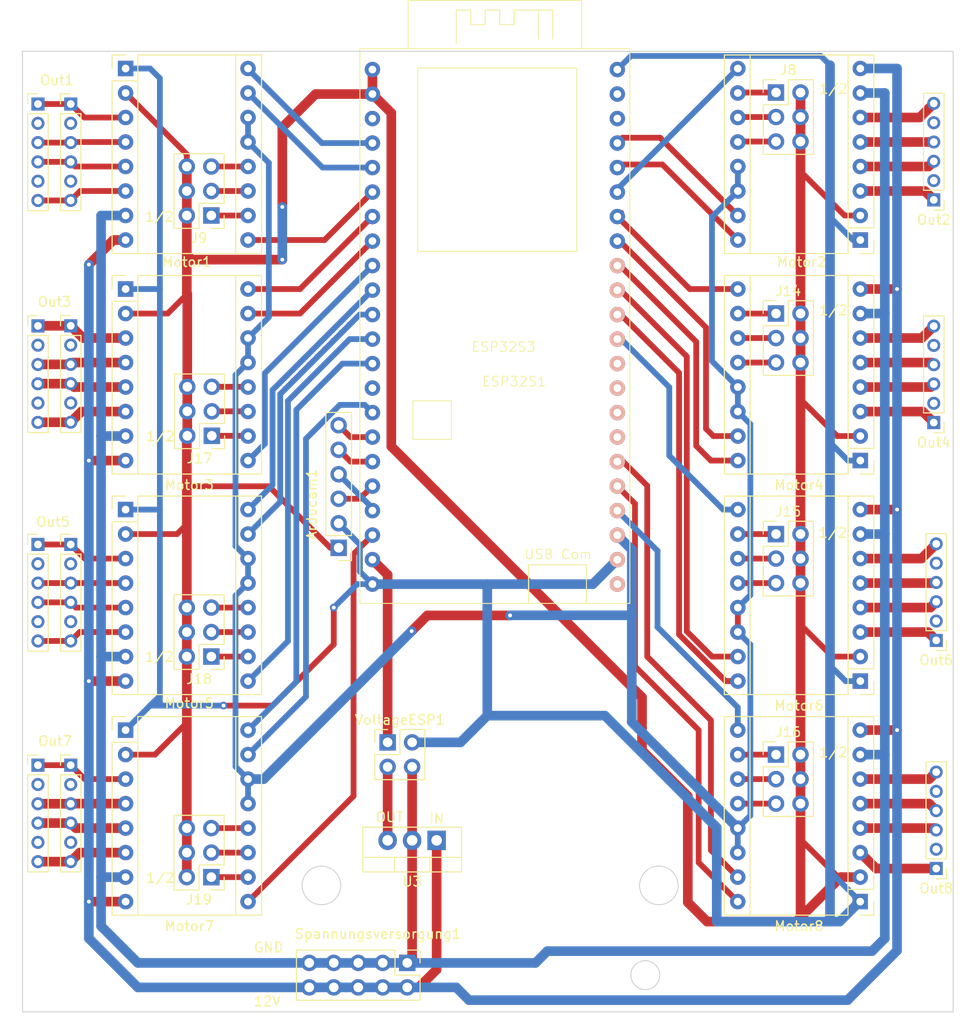
<source format=kicad_pcb>
(kicad_pcb (version 20240108) (generator "pcbnew") (generator_version "8.0")
  (layers (0 "F.Cu" signal) (31 "B.Cu" signal) (34 "B.Paste" user) (35 "F.Paste" user) (36 "B.SilkS" user "B.Silkscreen") (37 "F.SilkS" user "F.Silkscreen") (38 "B.Mask" user) (39 "F.Mask" user) (44 "Edge.Cuts" user))
  (net 0 "")
  (net 1 "GND-L")
  (net 2 "M1N-Step")
  (net 3 "M1N-DIR")
  (net 4 "Net-(J8-Pin_5)")
  (net 5 "Net-(J8-Pin_1)")
  (net 6 "Net-(J8-Pin_3)")
  (net 7 "Net-(Motor2-1B)")
  (net 8 "Net-(Motor2-2B)")
  (net 9 "Net-(Motor2-1A)")
  (net 10 "Net-(Motor2-2A)")
  (net 15 "Net-(J9-Pin_5)")
  (net 16 "Net-(J9-Pin_1)")
  (net 17 "Net-(J9-Pin_3)")
  (net 21 "Net-(ESP32S1-5V)")
  (net 22 "12V")
  (net 23 "GND-12V")
  (net 24 "5VExtern")
  (net 25 "Net-(J14-Pin_1)")
  (net 26 "3,3VNL")
  (net 27 "Net-(J14-Pin_5)")
  (net 28 "Net-(J14-Pin_3)")
  (net 29 "Net-(J15-Pin_5)")
  (net 30 "Net-(J15-Pin_3)")
  (net 31 "Net-(J15-Pin_1)")
  (net 32 "Net-(J16-Pin_3)")
  (net 33 "Net-(J16-Pin_1)")
  (net 34 "Net-(J16-Pin_5)")
  (net 35 "Net-(Motor4-2B)")
  (net 36 "Net-(Motor4-1A)")
  (net 37 "Net-(Motor4-2A)")
  (net 38 "M4N-DIR")
  (net 39 "M4N-Step")
  (net 40 "Net-(Motor4-1B)")
  (net 41 "Net-(Motor6-2A)")
  (net 42 "Net-(Motor6-1A)")
  (net 43 "Net-(Motor6-2B)")
  (net 44 "Net-(Motor6-1B)")
  (net 45 "M6N-Step")
  (net 46 "M6N-DIR")
  (net 47 "Net-(Motor8-1A)")
  (net 48 "Net-(Motor8-2B)")
  (net 49 "M8N-Step")
  (net 50 "M8N-DIR")
  (net 51 "Net-(Motor8-1B)")
  (net 52 "Net-(Motor8-2A)")
  (net 59 "Net-(J17-Pin_1)")
  (net 60 "Net-(J17-Pin_3)")
  (net 61 "Net-(J17-Pin_5)")
  (net 62 "Net-(J18-Pin_1)")
  (net 63 "Net-(J18-Pin_3)")
  (net 64 "Net-(J18-Pin_5)")
  (net 65 "Net-(J19-Pin_1)")
  (net 66 "Net-(J19-Pin_5)")
  (net 67 "Net-(J19-Pin_3)")
  (net 68 "M2N-Step")
  (net 69 "Net-(Motor1-1B)")
  (net 70 "Net-(Motor1-2B)")
  (net 71 "Net-(Motor1-1A)")
  (net 72 "Net-(Motor1-2A)")
  (net 73 "M3N-Step")
  (net 74 "M3N-DIR")
  (net 75 "Net-(Motor3-2A)")
  (net 76 "Net-(Motor3-1A)")
  (net 77 "M2N-DIR")
  (net 78 "Net-(Motor3-2B)")
  (net 79 "Net-(Motor3-1B)")
  (net 80 "Net-(Motor5-2B)")
  (net 81 "Net-(Motor5-1A)")
  (net 82 "M5N-Step")
  (net 83 "Net-(Motor5-2A)")
  (net 84 "Net-(Motor5-1B)")
  (net 85 "M5N-DIR")
  (net 86 "M7N-Step")
  (net 87 "Net-(Motor7-2B)")
  (net 88 "Net-(Motor7-2A)")
  (net 89 "Net-(Motor7-1A)")
  (net 90 "Net-(Motor7-1B)")
  (net 91 "M7N-DIR")
  (net 103 "CS-Arducam")
  (net 104 "MISO-Arducam")
  (net 105 "MOSI-Arducam")
  (net 106 "SCK-Arducam")
  (net 107 "Sleep")
  (net 116 "M1-Enable")
  (net 117 "M3-Enable")
  (net 118 "M5-Enable")
  (net 119 "M7-Enable")
  (net 120 "M2-Enable")
  (net 121 "M8-Enable")
  (net 122 "M4-Enable")
  (net 123 "unconnected-(ESP32S1-Pad35)")
  (net 124 "M6-Enable")
  (footprint "Connector_PinHeader_2.54mm:PinHeader_2x03_P2.54mm_Vertical" (layer "F.Cu") (at 68.58 81.28 180)
    (property "Reference" "J18")
    (property "Value" "Motor Jumper5")
  )
  (footprint "Connector_PinHeader_2.54mm:PinHeader_2x03_P2.54mm_Vertical" (layer "F.Cu") (at 127.15 91.44)
    (property "Reference" "J16")
    (property "Value" "Motor Jumper2")
  )
  (footprint "Module:Pololu_Breakout-16_15.2x20.3mm" (layer "F.Cu") (at 59.69 20.32)
    (property "Reference" "Motor1")
    (property "Value" "Motor1N")
  )
  (footprint "Module:Pololu_Breakout-16_15.2x20.3mm" (layer "F.Cu") (at 135.88 106.68 180)
    (property "Reference" "Motor8")
    (property "Value" "Motor8N")
  )
  (footprint "Connector_PinHeader_2.00mm:PinHeader_1x06_P2.00mm_Vertical" (layer "F.Cu") (at 54 46.99)
    (property "Reference" "Out3")
    (property "Value" "MotorOut3")
  )
  (footprint "Connector_PinHeader_2.00mm:PinHeader_1x06_P2.00mm_Vertical" (layer "F.Cu") (at 143.764 103.25 180)
    (property "Reference" "Out8")
    (property "Value" "MotorOut8")
  )
  (footprint "Module:Pololu_Breakout-16_15.2x20.3mm" (layer "F.Cu") (at 59.69 88.9)
    (property "Reference" "Motor7")
    (property "Value" "Motor7N")
  )
  (footprint "Connector_PinHeader_2.00mm:PinHeader_1x06_P2.00mm_Vertical" (layer "F.Cu") (at 143.51 57.022 180)
    (property "Reference" "Out4")
    (property "Value" "MotorOut4")
  )
  (footprint "Connector_PinHeader_2.00mm:PinHeader_1x06_P2.00mm_Vertical" (layer "F.Cu") (at 50.6 24)
    (property "Reference" "Out12" (hide yes))
    (property "Value" "MotorOut1")
  )
  (footprint "Connector_PinHeader_2.54mm:PinHeader_2x03_P2.54mm_Vertical" (layer "F.Cu") (at 68.58 35.56 180)
    (property "Reference" "J9")
    (property "Value" "Motor Jumper1")
  )
  (footprint "Connector_PinHeader_2.00mm:PinHeader_1x06_P2.00mm_Vertical" (layer "F.Cu") (at 50.6 47)
    (property "Reference" "Out9" (hide yes))
    (property "Value" "MotorOut3")
  )
  (footprint "Module:Pololu_Breakout-16_15.2x20.3mm" (layer "F.Cu") (at 59.69 43.18)
    (property "Reference" "Motor3")
    (property "Value" "Motor3N")
  )
  (footprint "Connector_PinHeader_2.00mm:PinHeader_1x06_P2.00mm_Vertical" (layer "F.Cu") (at 54 69.66)
    (property "Reference" "Out5")
    (property "Value" "MotorOut5")
  )
  (footprint "Module:Pololu_Breakout-16_15.2x20.3mm" (layer "F.Cu") (at 135.89 60.96 180)
    (property "Reference" "Motor4")
    (property "Value" "Motor4N")
  )
  (footprint "Connector_PinHeader_2.54mm:PinHeader_1x06_P2.54mm_Vertical" (layer "F.Cu") (at 81.788 70 180)
    (property "Reference" "Arducam1")
    (property "Value" "Arducam")
  )
  (footprint "Connector_PinHeader_2.54mm:PinHeader_2x05_P2.54mm_Vertical" (layer "F.Cu") (at 88.9 113.03 -90)
    (property "Reference" "Spannungsversorgung1")
    (property "Value" "Spannungsversorgung")
  )
  (footprint "Connector_PinHeader_2.54mm:PinHeader_2x03_P2.54mm_Vertical" (layer "F.Cu") (at 127.15 22.81)
    (property "Reference" "J8")
    (property "Value" "Motor Jumper2")
  )
  (footprint "Connector_PinHeader_2.54mm:PinHeader_2x03_P2.54mm_Vertical" (layer "F.Cu") (at 127.15 68.58)
    (property "Reference" "J15")
    (property "Value" "Motor Jumper2")
  )
  (footprint "Connector_PinHeader_2.00mm:PinHeader_1x06_P2.00mm_Vertical" (layer "F.Cu") (at 50.6 92.536)
    (property "Reference" "Out11" (hide yes))
    (property "Value" "MotorOut7")
  )
  (footprint "Module:Pololu_Breakout-16_15.2x20.3mm" (layer "F.Cu") (at 135.89 38.1 180)
    (property "Reference" "Motor2")
    (property "Value" "Motor2N")
  )
  (footprint "Connector_PinHeader_2.00mm:PinHeader_1x06_P2.00mm_Vertical" (layer "F.Cu") (at 143.51 33.94 180)
    (property "Reference" "Out2")
    (property "Value" "MotorOut2")
  )
  (footprint "Connector_PinHeader_2.00mm:PinHeader_1x06_P2.00mm_Vertical" (layer "F.Cu") (at 54 24)
    (property "Reference" "Out1")
    (property "Value" "MotorOut1")
  )
  (footprint "Connector_PinHeader_2.54mm:PinHeader_2x03_P2.54mm_Vertical" (layer "F.Cu") (at 68.58 104.14 180)
    (property "Reference" "J19")
    (property "Value" "Motor Jumper7")
  )
  (footprint "Module:Pololu_Breakout-16_15.2x20.3mm" (layer "F.Cu") (at 135.89 83.82 180)
    (property "Reference" "Motor6")
    (property "Value" "Motor6N")
  )
  (footprint "Connector_PinHeader_2.54mm:PinHeader_2x03_P2.54mm_Vertical" (layer "F.Cu") (at 68.6308 58.3946 180)
    (property "Reference" "J17")
    (property "Value" "Motor Jumper3")
  )
  (footprint "FoodRobert:esp32s3" (layer "F.Cu") (at 97.99 75.7692)
    (property "Reference" "ESP32S1")
    (property "Value" "~")
  )
  (footprint "Package_TO_SOT_THT:TO-220-3_Vertical" (layer "F.Cu") (at 91.948 100.33 180)
    (property "Reference" "U3")
    (property "Value" "L7805")
  )
  (footprint "Connector_PinHeader_2.54mm:PinHeader_2x03_P2.54mm_Vertical" (layer "F.Cu") (at 127.15 45.72)
    (property "Reference" "J14")
    (property "Value" "Motor Jumper2")
  )
  (footprint "Connector_PinHeader_2.00mm:PinHeader_1x06_P2.00mm_Vertical" (layer "F.Cu") (at 50.6 69.66)
    (property "Reference" "Out10" (hide yes))
    (property "Value" "MotorOut5")
  )
  (footprint "Module:Pololu_Breakout-16_15.2x20.3mm" (layer "F.Cu") (at 59.69 66.04)
    (property "Reference" "Motor5")
    (property "Value" "Motor5N")
  )
  (footprint "Connector_PinHeader_2.54mm:PinHeader_2x02_P2.54mm_Vertical" (layer "F.Cu") (at 86.868 90.17)
    (property "Reference" "VoltageESP1")
    (property "Value" "Voltage")
  )
  (footprint "Connector_PinHeader_2.00mm:PinHeader_1x06_P2.00mm_Vertical" (layer "F.Cu") (at 143.764 79.596 180)
    (property "Reference" "Out6")
    (property "Value" "MotorOut6")
  )
  (footprint "Connector_PinHeader_2.00mm:PinHeader_1x06_P2.00mm_Vertical" (layer "F.Cu") (at 54 92.536)
    (property "Reference" "Out7")
    (property "Value" "MotorOut7")
  )
  (gr_circle (center 115 105) (end 117 105) (stroke (width 0.1)) (fill none) (layer "Edge.Cuts"))
  (gr_line (start 145.52 118.11) (end 145.52 18.542) (stroke (width 0.1)) (layer "Edge.Cuts"))
  (gr_circle (center 113.5888 114.3) (end 115.0888 114.3) (stroke (width 0.1)) (fill none) (layer "Edge.Cuts"))
  (gr_line (start 49 18.542) (end 49 118.11) (stroke (width 0.1)) (layer "Edge.Cuts"))
  (gr_line (start 145.52 18.542) (end 49 18.542) (stroke (width 0.1)) (layer "Edge.Cuts"))
  (gr_line (start 49 118.11) (end 145.52 118.11) (stroke (width 0.1)) (layer "Edge.Cuts"))
  (gr_circle (center 80 105) (end 82 105) (stroke (width 0.1)) (fill none) (layer "Edge.Cuts"))
  (gr_text "1/2" (at 131.5212 45.974 0) (layer "F.SilkS") (effects (font (size 1 1)) (justify left bottom)))
  (gr_text "1/2" (at 61.722 59.0296 0) (layer "F.SilkS") (effects (font (size 1 1)) (justify left bottom)))
  (gr_text "1/2" (at 131.5212 23.0124 0) (layer "F.SilkS") (effects (font (size 1 1)) (justify left bottom)))
  (gr_text "OUT" (at 85.5472 98.5012 0) (layer "F.SilkS") (effects (font (size 1 1)) (justify left bottom)))
  (gr_text "12V" (at 72.898 117.602 0) (layer "F.SilkS") (effects (font (size 1 1)) (justify left bottom)))
  (gr_text "1/2" (at 61.6204 36.2712 0) (layer "F.SilkS") (effects (font (size 1 1)) (justify left bottom)))
  (gr_text "GND" (at 72.898 112.014 0) (layer "F.SilkS") (effects (font (size 1 1)) (justify left bottom)))
  (gr_text "IN" (at 91.0844 98.6536 0) (layer "F.SilkS") (effects (font (size 1 1)) (justify left bottom)))
  (gr_text "1/2" (at 131.4704 69.0372 0) (layer "F.SilkS") (effects (font (size 1 1)) (justify left bottom)))
  (gr_text "1/2" (at 61.722 104.8004 0) (layer "F.SilkS") (effects (font (size 1 1)) (justify left bottom)))
  (gr_text "1/2" (at 131.5212 91.7956 0) (layer "F.SilkS") (effects (font (size 1 1)) (justify left bottom)))
  (gr_text "1/2" (at 61.6204 81.8896 0) (layer "F.SilkS") (effects (font (size 1 1)) (justify left bottom)))
  (segment (start 74.93 86.36) (end 81.28 80.01) (width 0.6) (layer "F.Cu") (net 1))
  (segment (start 69.85 86.36) (end 72.39 86.36) (width 0.6) (layer "F.Cu") (net 1))
  (segment (start 72.39 86.36) (end 74.93 86.36) (width 0.6) (layer "F.Cu") (net 1))
  (segment (start 81.28 80.01) (end 81.28 76.2) (width 0.6) (layer "F.Cu") (net 1))
  (via (at 81.28 76.2) (size 0.8) (drill 0.4) (layers "F.Cu" "B.Cu") (net 1))
  (via (at 69.85 86.36) (size 0.8) (drill 0.4) (layers "F.Cu" "B.Cu") (net 1))
  (segment (start 132.25 108.75) (end 132.75 108.75) (width 1) (layer "B.Cu") (net 1))
  (segment (start 89.408 90.17) (end 94.43 90.17) (width 1) (layer "B.Cu") (net 1))
  (segment (start 135.82 106.68) (end 133.75 108.75) (width 1) (layer "B.Cu") (net 1))
  (segment (start 132.588 108.412) (end 132.25 108.75) (width 0.6) (layer "B.Cu") (net 1))
  (segment (start 85.29 73.7692) (end 108.15 73.7692) (width 1) (layer "B.Cu") (net 1))
  (segment (start 63.246 66.04) (end 63.246 85.344) (width 0.6) (layer "B.Cu") (net 1))
  (segment (start 63.246 43.18) (end 63.246 21.336) (width 0.6) (layer "B.Cu") (net 1))
  (segment (start 97.2 73.7692) (end 106.25 73.7692) (width 0.6) (layer "B.Cu") (net 1))
  (segment (start 62.23 20.32) (end 59.69 20.32) (width 0.6) (layer "B.Cu") (net 1))
  (segment (start 121 108.75) (end 121 99) (width 1) (layer "B.Cu") (net 1))
  (segment (start 132.25 108.75) (end 121 108.75) (width 1) (layer "B.Cu") (net 1))
  (segment (start 110.69 71.2292) (end 108.2308 73.6884) (width 1) (layer "B.Cu") (net 1))
  (segment (start 63.246 85.344) (end 62.23 86.36) (width 0.6) (layer "B.Cu") (net 1))
  (segment (start 83.99 69.662) (end 81.788 67.46) (width 0.6) (layer "B.Cu") (net 1))
  (segment (start 59.69 43.18) (end 63.246 43.18) (width 0.6) (layer "B.Cu") (net 1))
  (segment (start 135.89 83.82) (end 134.366 83.82) (width 0.6) (layer "B.Cu") (net 1))
  (segment (start 108.15 73.7692) (end 108.2308 73.6884) (width 1) (layer "B.Cu") (net 1))
  (segment (start 94.43 90.17) (end 97.2 87.4) (width 1) (layer "B.Cu") (net 1))
  (segment (start 62.23 86.36) (end 59.69 88.9) (width 0.6) (layer "B.Cu") (net 1))
  (segment (start 92 73.7692) (end 97.2 73.7692) (width 0.6) (layer "B.Cu") (net 1))
  (segment (start 106.25 73.7692) (end 108.2308 73.7692) (width 0.6) (layer "B.Cu") (net 1))
  (segment (start 86.49 73.7692) (end 92 73.7692) (width 0.6) (layer "B.Cu") (net 1))
  (segment (start 132.588 103.388) (end 132.588 108.412) (width 0.6) (layer "B.Cu") (net 1))
  (segment (start 131.796 19.02) (end 132.588 19.812) (width 0.6) (layer "B.Cu") (net 1))
  (segment (start 63.246 86.106) (end 63.5 86.36) (width 0.6) (layer "B.Cu") (net 1))
  (segment (start 63.246 63.5) (end 63.246 43.18) (width 0.6) (layer "B.Cu") (net 1))
  (segment (start 134.62 60.96) (end 132.588 58.928) (width 0.6) (layer "B.Cu") (net 1))
  (segment (start 134.366 83.82) (end 132.588 82.042) (width 0.6) (layer "B.Cu") (net 1))
  (segment (start 135.128 38.1) (end 132.588 35.56) (width 0.6) (layer "B.Cu") (net 1))
  (segment (start 83.7108 73.7692) (end 81.28 76.2) (width 0.6) (layer "B.Cu") (net 1))
  (segment (start 83.99 72.4692) (end 83.99 69.662) (width 0.6) (layer "B.Cu") (net 1))
  (segment (start 135.88 106.68) (end 135.82 106.68) (width 1) (layer "B.Cu") (net 1))
  (segment (start 132.588 103.388) (end 135.88 106.68) (width 0.6) (layer "B.Cu") (net 1))
  (segment (start 132.588 58.928) (end 132.588 82.042) (width 0.6) (layer "B.Cu") (net 1))
  (segment (start 63.246 21.336) (end 62.23 20.32) (width 0.6) (layer "B.Cu") (net 1))
  (segment (start 112.0992 19.02) (end 131.796 19.02) (width 0.6) (layer "B.Cu") (net 1))
  (segment (start 97.2 73.7692) (end 97.2 87.4) (width 1) (layer "B.Cu") (net 1))
  (segment (start 109.4 87.4) (end 97.2 87.4) (width 1) (layer "B.Cu") (net 1))
  (segment (start 121 99) (end 109.4 87.4) (width 1) (layer "B.Cu") (net 1))
  (segment (start 63.246 66.04) (end 59.69 66.04) (width 0.6) (layer "B.Cu") (net 1))
  (segment (start 86.49 73.7692) (end 83.7108 73.7692) (width 0.6) (layer "B.Cu") (net 1))
  (segment (start 132.588 35.56) (end 132.588 58.928) (width 0.6) (layer "B.Cu") (net 1))
  (segment (start 135.89 60.96) (end 134.62 60.96) (width 0.6) (layer "B.Cu") (net 1))
  (segment (start 63.246 85.344) (end 63.246 86.106) (width 0.6) (layer "B.Cu") (net 1))
  (segment (start 132.588 19.812) (end 132.588 35.56) (width 0.6) (layer "B.Cu") (net 1))
  (segment (start 85.29 73.7692) (end 83.99 72.4692) (width 0.6) (layer "B.Cu") (net 1))
  (segment (start 135.89 38.1) (end 135.128 38.1) (width 0.6) (layer "B.Cu") (net 1))
  (segment (start 63.5 86.36) (end 69.85 86.36) (width 0.6) (layer "B.Cu") (net 1))
  (segment (start 132.75 108.75) (end 132.75 19.974) (width 1) (layer "B.Cu") (net 1))
  (segment (start 63.246 63.5) (end 63.246 66.04) (width 0.6) (layer "B.Cu") (net 1))
  (segment (start 112.0992 19.02) (end 110.69 20.4292) (width 0.6) (layer "B.Cu") (net 1))
  (segment (start 62.23 86.36) (end 63.5 86.36) (width 0.6) (layer "B.Cu") (net 1))
  (segment (start 132.588 82.042) (end 132.588 103.388) (width 0.6) (layer "B.Cu") (net 1))
  (segment (start 132.75 108.75) (end 133.75 108.75) (width 1) (layer "B.Cu") (net 1))
  (segment (start 80.1192 30.5892) (end 72.39 22.86) (width 0.6) (layer "B.Cu") (net 2))
  (segment (start 85.17 30.5892) (end 80.1192 30.5892) (width 0.6) (layer "B.Cu") (net 2))
  (segment (start 80.0492 28.0492) (end 72.39 20.39) (width 0.6) (layer "B.Cu") (net 3))
  (segment (start 72.39 20.39) (end 72.39 20.32) (width 0.6) (layer "B.Cu") (net 3))
  (segment (start 85.29 28.0492) (end 80.0492 28.0492) (width 0.6) (layer "B.Cu") (net 3))
  (segment (start 123.24 27.89) (end 123.19 27.94) (width 0.6) (layer "F.Cu") (net 4))
  (segment (start 127.15 27.89) (end 123.24 27.89) (width 0.6) (layer "F.Cu") (net 4))
  (segment (start 127.15 22.81) (end 123.24 22.81) (width 0.6) (layer "F.Cu") (net 5))
  (segment (start 123.24 22.81) (end 123.19 22.86) (width 0.6) (layer "F.Cu") (net 5))
  (segment (start 127.15 25.35) (end 123.24 25.35) (width 0.6) (layer "F.Cu") (net 6))
  (segment (start 123.24 25.35) (end 123.19 25.4) (width 0.6) (layer "F.Cu") (net 6))
  (segment (start 135.89 33.02) (end 142.59 33.02) (width 1) (layer "F.Cu") (net 7))
  (segment (start 142.59 33.02) (end 143.51 33.94) (width 1) (layer "F.Cu") (net 7))
  (segment (start 135.89 25.4) (end 142.05 25.4) (width 1) (layer "F.Cu") (net 8))
  (segment (start 142.05 25.4) (end 143.51 23.94) (width 1) (layer "F.Cu") (net 8))
  (segment (start 135.89 30.48) (end 142.97 30.48) (width 1) (layer "F.Cu") (net 9))
  (segment (start 142.97 30.48) (end 143.51 29.94) (width 1) (layer "F.Cu") (net 9))
  (segment (start 135.89 27.94) (end 143.51 27.94) (width 1) (layer "F.Cu") (net 10))
  (segment (start 72.39 30.48) (end 68.58 30.48) (width 0.6) (layer "F.Cu") (net 15))
  (segment (start 72.39 35.56) (end 68.58 35.56) (width 0.6) (layer "F.Cu") (net 16))
  (segment (start 72.39 33.02) (end 68.58 33.02) (width 0.6) (layer "F.Cu") (net 17))
  (segment (start 86.868 90.17) (end 86.868 72.8072) (width 1) (layer "F.Cu") (net 21))
  (segment (start 86.868 72.8072) (end 85.29 71.2292) (width 1) (layer "F.Cu") (net 21))
  (segment (start 91.948 113.724081) (end 90.102081 115.57) (width 1) (layer "F.Cu") (net 22))
  (segment (start 59.69 83.82) (end 55.88 83.82) (width 1) (layer "F.Cu") (net 22))
  (segment (start 135.89 43.18) (end 139.7 43.18) (width 1) (layer "F.Cu") (net 22))
  (segment (start 59.69 106.68) (end 55.88 106.68) (width 1) (layer "F.Cu") (net 22))
  (segment (start 59.69 38.1) (end 58.42 38.1) (width 1) (layer "F.Cu") (net 22))
  (segment (start 58.42 38.1) (end 55.88 40.64) (width 1) (layer "F.Cu") (net 22))
  (segment (start 91.948 100.33) (end 91.948 113.724081) (width 1) (layer "F.Cu") (net 22))
  (segment (start 135.88 88.9) (end 139.7 88.9) (width 1) (layer "F.Cu") (net 22))
  (segment (start 59.69 60.96) (end 58.42 60.96) (width 1) (layer "F.Cu") (net 22))
  (segment (start 135.89 66.04) (end 139.7 66.04) (width 1) (layer "F.Cu") (net 22))
  (segment (start 90.102081 115.57) (end 88.9 115.57) (width 1) (layer "F.Cu") (net 22))
  (segment (start 58.42 60.96) (end 55.88 60.96) (width 1) (layer "F.Cu") (net 22))
  (via (at 55.88 106.68) (size 0.8) (drill 0.4) (layers "F.Cu" "B.Cu") (net 22))
  (via (at 55.88 40.64) (size 0.8) (drill 0.4) (layers "F.Cu" "B.Cu") (net 22))
  (via (at 139.7 88.9) (size 0.8) (drill 0.4) (layers "F.Cu" "B.Cu") (net 22))
  (via (at 55.88 60.96) (size 0.8) (drill 0.4) (layers "F.Cu" "B.Cu") (net 22))
  (via (at 139.7 66.04) (size 0.8) (drill 0.4) (layers "F.Cu" "B.Cu") (net 22))
  (via (at 139.7 43.18) (size 0.8) (drill 0.4) (layers "F.Cu" "B.Cu") (net 22))
  (via (at 55.88 83.82) (size 0.8) (drill 0.4) (layers "F.Cu" "B.Cu") (net 22))
  (segment (start 139.7 111.76) (end 134.5692 116.8908) (width 1) (layer "B.Cu") (net 22))
  (segment (start 82.55 115.57) (end 60.96 115.57) (width 1) (layer "B.Cu") (net 22))
  (segment (start 86.36 115.57) (end 88.9 115.57) (width 1) (layer "B.Cu") (net 22))
  (segment (start 135.89 20.32) (end 139.7 20.32) (width 1) (layer "B.Cu") (net 22))
  (segment (start 83.82 115.57) (end 82.55 115.57) (width 1) (layer "B.Cu") (net 22))
  (segment (start 55.88 110.49) (end 55.88 106.68) (width 1) (layer "B.Cu") (net 22))
  (segment (start 95.3008 116.8908) (end 93.98 115.57) (width 1) (layer "B.Cu") (net 22))
  (segment (start 60.96 115.57) (end 55.88 110.49) (width 1) (layer "B.Cu") (net 22))
  (segment (start 134.5692 116.8908) (end 95.3008 116.8908) (width 1) (layer "B.Cu") (net 22))
  (segment (start 93.98 115.57) (end 88.9 115.57) (width 1) (layer "B.Cu") (net 22))
  (segment (start 55.88 106.68) (end 55.88 83.82) (width 1) (layer "B.Cu") (net 22))
  (segment (start 83.82 115.57) (end 86.36 115.57) (width 1) (layer "B.Cu") (net 22))
  (segment (start 55.88 83.82) (end 55.88 40.64) (width 1) (layer "B.Cu") (net 22))
  (segment (start 139.7 20.32) (end 139.7 111.76) (width 1) (layer "B.Cu") (net 22))
  (segment (start 89.408 100.33) (end 89.408 112.522) (width 1) (layer "F.Cu") (net 23))
  (segment (start 89.408 92.71) (end 89.408 100.33) (width 1) (layer "F.Cu") (net 23))
  (segment (start 89.408 112.522) (end 88.9 113.03) (width 1) (layer "F.Cu") (net 23))
  (segment (start 60.96 113.03) (end 57.15 109.22) (width 1) (layer "B.Cu") (net 23))
  (segment (start 138.43 45.72) (end 138.43 22.86) (width 1) (layer "B.Cu") (net 23))
  (segment (start 135.88 91.44) (end 138.43 91.44) (width 1) (layer "B.Cu") (net 23))
  (segment (start 57.15 104.14) (end 57.15 81.28) (width 1) (layer "B.Cu") (net 23))
  (segment (start 103.4288 111.8108) (end 102.2096 113.03) (width 1) (layer "B.Cu") (net 23))
  (segment (start 135.89 45.72) (end 138.43 45.72) (width 1) (layer "B.Cu") (net 23))
  (segment (start 135.89 68.58) (end 138.43 68.58) (width 1) (layer "B.Cu") (net 23))
  (segment (start 83.82 113.03) (end 60.96 113.03) (width 1) (layer "B.Cu") (net 23))
  (segment (start 59.69 104.14) (end 57.15 104.14) (width 1) (layer "B.Cu") (net 23))
  (segment (start 138.43 22.86) (end 135.89 22.86) (width 1) (layer "B.Cu") (net 23))
  (segment (start 57.15 109.22) (end 57.15 104.14) (width 1) (layer "B.Cu") (net 23))
  (segment (start 103.4288 111.8108) (end 137.1092 111.8108) (width 1) (layer "B.Cu") (net 23))
  (segment (start 59.69 35.56) (end 57.15 35.56) (width 1) (layer "B.Cu") (net 23))
  (segment (start 83.82 113.03) (end 86.36 113.03) (width 1) (layer "B.Cu") (net 23))
  (segment (start 86.36 113.03) (end 88.9 113.03) (width 1) (layer "B.Cu") (net 23))
  (segment (start 57.15 81.28) (end 57.15 60.96) (width 1) (layer "B.Cu") (net 23))
  (segment (start 138.43 110.49) (end 138.43 91.44) (width 1) (layer "B.Cu") (net 23))
  (segment (start 138.43 91.44) (end 138.43 68.58) (width 1) (layer "B.Cu") (net 23))
  (segment (start 57.15 58.42) (end 57.15 35.56) (width 1) (layer "B.Cu") (net 23))
  (segment (start 59.69 58.42) (end 57.15 58.42) (width 1) (layer "B.Cu") (net 23))
  (segment (start 137.1092 111.8108) (end 138.43 110.49) (width 1) (layer "B.Cu") (net 23))
  (segment (start 102.2096 113.03) (end 88.9 113.03) (width 1) (layer "B.Cu") (net 23))
  (segment (start 138.43 68.58) (end 138.43 45.72) (width 1) (layer "B.Cu") (net 23))
  (segment (start 57.15 60.96) (end 57.15 58.42) (width 1) (layer "B.Cu") (net 23))
  (segment (start 59.69 81.28) (end 57.15 81.28) (width 1) (layer "B.Cu") (net 23))
  (segment (start 86.868 92.71) (end 86.868 100.33) (width 1) (layer "F.Cu") (net 24))
  (segment (start 127.15 45.72) (end 123.19 45.72) (width 0.6) (layer "F.Cu") (net 25))
  (segment (start 80.922 70) (end 74.549 63.627) (width 0.6) (layer "F.Cu") (net 26))
  (segment (start 135.89 81.28) (end 132.992 81.28) (width 0.6) (layer "F.Cu") (net 26))
  (segment (start 135.89 58.42) (end 133.5 58.42) (width 0.6) (layer "F.Cu") (net 26))
  (segment (start 66.294 40.132) (end 66.294 39.878) (width 0.6) (layer "F.Cu") (net 26))
  (segment (start 75.946 40.132) (end 66.548 40.132) (width 1) (layer "F.Cu") (net 26))
  (segment (start 65.024 68.58) (end 66.04 67.564) (width 0.6) (layer "F.Cu") (net 26))
  (segment (start 133.604 104.396) (end 133.604 104.14) (width 0.6) (layer "F.Cu") (net 26))
  (segment (start 66.0908 43.688) (end 66.0908 53.3146) (width 1) (layer "F.Cu") (net 26))
  (segment (start 66.0908 53.3146) (end 66.0908 55.8546) (width 1) (layer "F.Cu") (net 26))
  (segment (start 66.548 40.132) (end 66.04 39.624) (width 1) (layer "F.Cu") (net 26))
  (segment (start 113.25 91) (end 118 95.75) (width 1) (layer "F.Cu") (net 26))
  (segment (start 59.69 45.72) (end 64.0588 45.72) (width 0.6) (layer "F.Cu") (net 26))
  (segment (start 129.69 108.31) (end 129.625 108.375) (width 0.6) (layer "F.Cu") (net 26))
  (segment (start 75.946 26.416) (end 75.946 34.671) (width 1) (layer "F.Cu") (net 26))
  (segment (start 85.29 22.9692) (end 79.3928 22.9692) (width 1) (layer "F.Cu") (net 26))
  (segment (start 118 95.75) (end 118 106.75) (width 1) (layer "F.Cu") (net 26))
  (segment (start 129.69 96.52) (end 129.69 93.98) (width 1) (layer "F.Cu") (net 26))
  (segment (start 129.69 100.226) (end 129.69 108.31) (width 0.6) (layer "F.Cu") (net 26))
  (segment (start 66.04 76.2) (end 66.04 78.74) (width 1) (layer "F.Cu") (net 26))
  (segment (start 132.992 81.28) (end 129.69 77.978) (width 0.6) (layer "F.Cu") (net 26))
  (segment (start 134.262 35.56) (end 129.69 30.988) (width 0.6) (layer "F.Cu") (net 26))
  (segment (start 129.25 108.75) (end 133.86 104.14) (width 1) (layer "F.Cu") (net 26))
  (segment (start 129.69 91.44) (end 129.69 73.66) (width 1) (layer "F.Cu") (net 26))
  (segment (start 66.04 39.624) (end 66.04 43.6372) (width 1) (layer "F.Cu") (net 26))
  (segment (start 66.294 40.132) (end 66.0908 40.3352) (width 0.6) (layer "F.Cu") (net 26))
  (segment (start 87.25 59.5) (end 113.25 85.5) (width 1) (layer "F.Cu") (net 26))
  (segment (start 129.69 73.66) (end 129.69 77.978) (width 0.6) (layer "F.Cu") (net 26))
  (segment (start 66.04 63.627) (end 66.04 67.564) (width 0.6) (layer "F.Cu") (net 26))
  (segment (start 66.04 58.928) (end 66.04 76.2) (width 1) (layer "F.Cu") (net 26))
  (segment (start 66.294 39.878) (end 66.04 39.624) (width 0.6) (layer "F.Cu") (net 26))
  (segment (start 66.294 40.132) (end 75.946 40.132) (width 0.6) (layer "F.Cu") (net 26))
  (segment (start 66.0908 58.3946) (end 66.0908 58.8772) (width 1) (layer "F.Cu") (net 26))
  (segment (start 66.04 29.21) (end 59.69 22.86) (width 0.6) (layer "F.Cu") (net 26))
  (segment (start 129.69 45.72) (end 129.69 27.89) (width 1) (layer "F.Cu") (net 26))
  (segment (start 79.3928 22.9692) (end 75.946 26.416) (width 1) (layer "F.Cu") (net 26))
  (segment (start 85.29 22.9692) (end 87.25 24.9292) (width 1) (layer "F.Cu") (net 26))
  (segment (start 66.04 39.624) (end 66.04 35.56) (width 1) (layer "F.Cu") (net 26))
  (segment (start 133.604 104.14) (end 135.88 104.14) (width 0.6) (layer "F.Cu") (net 26))
  (segment (start 66.04 43.6372) (end 66.0908 43.688) (width 1) (layer "F.Cu") (net 26))
  (segment (start 133.5 58.42) (end 129.69 54.61) (width 0.6) (layer "F.Cu") (net 26))
  (segment (start 129.69 50.8) (end 129.69 48.26) (width 1) (layer "F.Cu") (net 26))
  (segment (start 66.04 86.106) (end 66.04 88.138) (width 0.6) (layer "F.Cu") (net 26))
  (segment (start 129.69 93.98) (end 129.69 91.44) (width 1) (layer "F.Cu") (net 26))
  (segment (start 129.69 77.978) (end 129.69 91.44) (width 0.6) (layer "F.Cu") (net 26))
  (segment (start 129.69 22.81) (end 129.69 25.35) (width 1) (layer "F.Cu") (net 26))
  (segment (start 59.69 68.58) (end 65.024 68.58) (width 0.6) (layer "F.Cu") (net 26))
  (segment (start 74.549 63.627) (end 66.04 63.627) (width 0.6) (layer "F.Cu") (net 26))
  (segment (start 87.25 24.9292) (end 87.25 59.5) (width 1) (layer "F.Cu") (net 26))
  (segment (start 66.04 33.02) (end 66.04 30.48) (width 1) (layer "F.Cu") (net 26))
  (segment (start 129.625 108.375) (end 133.604 104.396) (width 0.6) (layer "F.Cu") (net 26))
  (segment (start 113.25 85.5) (end 113.25 91) (width 1) (layer "F.Cu") (net 26))
  (segment (start 66.04 99.06) (end 66.04 101.6) (width 1) (layer "F.Cu") (net 26))
  (segment (start 66.04 30.48) (end 66.04 29.21) (width 0.6) (layer "F.Cu") (net 26))
  (segment (start 129.69 73.66) (end 129.69 71.12) (width 1) (layer "F.Cu") (net 26))
  (segment (start 62.738 91.44) (end 66.04 88.138) (width 0.6) (layer "F.Cu") (net 26))
  (segment (start 64.0588 45.72) (end 66.0908 43.688) (width 0.6) (layer "F.Cu") (net 26))
  (segment (start 66.0908 40.3352) (end 66.0908 40.64) (width 0.6) (layer "F.Cu") (net 26))
  (segment (start 81.788 70) (end 80.922 70) (width 0.6) (layer "F.Cu") (net 26))
  (segment (start 129.69 71.12) (end 129.69 68.58) (width 1) (layer "F.Cu") (net 26))
  (segment (start 129.69 27.89) (end 129.69 30.988) (width 0.6) (layer "F.Cu") (net 26))
  (segment (start 129.69 100.226) (end 133.604 104.14) (width 0.6) (layer "F.Cu") (net 26))
  (segment (start 129.25 108.75) (end 129.625 108.375) (width 0.6) (layer "F.Cu") (net 26))
  (segment (start 66.04 67.564) (end 66.04 76.2) (width 0.6) (layer "F.Cu") (net 26))
  (segment (start 85.29 20.4292) (end 85.29 22.9692) (width 1) (layer "F.Cu") (net 26))
  (segment (start 66.0908 40.64) (end 66.0908 43.688) (width 0.6) (layer "F.Cu") (net 26))
  (segment (start 66.04 81.28) (end 66.04 86.106) (width 0.6) (layer "F.Cu") (net 26))
  (segment (start 66.04 88.138) (end 66.04 99.06) (width 0.6) (layer "F.Cu") (net 26))
  (segment (start 129.69 50.8) (end 129.69 54.61) (width 0.6) (layer "F.Cu") (net 26))
  (segment (start 129.69 48.26) (end 129.69 45.72) (width 1) (layer "F.Cu") (net 26))
  (segment (start 133.86 104.14) (end 135.88 104.14) (width 1) (layer "F.Cu") (net 26))
  (segment (start 66.04 81.28) (end 66.04 99.06) (width 1) (layer "F.Cu") (net 26))
  (segment (start 118 106.75) (end 120 108.75) (width 1) (layer "F.Cu") (net 26))
  (segment (start 129.69 27.89) (end 129.69 25.35) (width 1) (layer "F.Cu") (net 26))
  (segment (start 129.69 96.52) (end 129.69 108.31) (width 1) (layer "F.Cu") (net 26))
  (segment (start 135.89 35.56) (end 134.262 35.56) (width 0.6) (layer "F.Cu") (net 26))
  (segment (start 120 108.75) (end 129.25 108.75) (width 1) (layer "F.Cu") (net 26))
  (segment (start 66.04 35.56) (end 66.04 33.02) (width 1) (layer "F.Cu") (net 26))
  (segment (start 129.69 108.31) (end 129.25 108.75) (width 1) (layer "F.Cu") (net 26))
  (segment (start 66.04 58.928) (end 66.04 63.627) (width 0.6) (layer "F.Cu") (net 26))
  (segment (start 129.69 30.988) (end 129.69 45.72) (width 0.6) (layer "F.Cu") (net 26))
  (segment (start 129.69 54.61) (end 129.69 68.58) (width 0.6) (layer "F.Cu") (net 26))
  (segment (start 59.69 91.44) (end 62.738 91.44) (width 0.6) (layer "F.Cu") (net 26))
  (segment (start 66.04 101.6) (end 66.04 104.14) (width 1) (layer "F.Cu") (net 26))
  (segment (start 66.0908 58.8772) (end 66.04 58.928) (width 1) (layer "F.Cu") (net 26))
  (segment (start 66.0908 55.8546) (end 66.0908 58.3946) (width 1) (layer "F.Cu") (net 26))
  (segment (start 66.04 78.74) (end 66.04 81.28) (width 1) (layer "F.Cu") (net 26))
  (segment (start 129.69 96.52) (end 129.69 100.226) (width 0.6) (layer "F.Cu") (net 26))
  (segment (start 129.69 50.8) (end 129.69 68.58) (width 1) (layer "F.Cu") (net 26))
  (via (at 75.946 34.671) (size 0.8) (drill 0.4) (layers "F.Cu" "B.Cu") (net 26))
  (via (at 75.946 40.132) (size 0.8) (drill 0.4) (layers "F.Cu" "B.Cu") (net 26))
  (segment (start 75.946 34.671) (end 75.946 40.132) (width 1) (layer "B.Cu") (net 26))
  (segment (start 127.15 50.8) (end 123.19 50.8) (width 0.6) (layer "F.Cu") (net 27))
  (segment (start 127.15 48.26) (end 123.19 48.26) (width 0.6) (layer "F.Cu") (net 28))
  (segment (start 127.15 73.66) (end 123.19 73.66) (width 0.6) (layer "F.Cu") (net 29))
  (segment (start 127.15 71.12) (end 123.19 71.12) (width 0.6) (layer "F.Cu") (net 30))
  (segment (start 127.15 68.58) (end 123.19 68.58) (width 0.6) (layer "F.Cu") (net 31))
  (segment (start 127.15 93.98) (end 123.18 93.98) (width 0.6) (layer "F.Cu") (net 32))
  (segment (start 127.15 91.44) (end 123.18 91.44) (width 0.6) (layer "F.Cu") (net 33))
  (segment (start 127.15 96.52) (end 123.18 96.52) (width 0.6) (layer "F.Cu") (net 34))
  (segment (start 142.272 48.26) (end 143.51 47.022) (width 1) (layer "F.Cu") (net 35))
  (segment (start 135.89 48.26) (end 142.272 48.26) (width 1) (layer "F.Cu") (net 35))
  (segment (start 143.192 53.34) (end 143.51 53.022) (width 1) (layer "F.Cu") (net 36))
  (segment (start 135.89 53.34) (end 143.192 53.34) (width 1) (layer "F.Cu") (net 36))
  (segment (start 143.288 50.8) (end 143.51 51.022) (width 1) (layer "F.Cu") (net 37))
  (segment (start 135.89 50.8) (end 143.288 50.8) (width 1) (layer "F.Cu") (net 37))
  (segment (start 110.97 40.7492) (end 118.872 48.6512) (width 0.6) (layer "F.Cu") (net 38))
  (segment (start 118.872 59.436) (end 120.396 60.96) (width 0.6) (layer "F.Cu") (net 38))
  (segment (start 120.396 60.96) (end 123.19 60.96) (width 0.6) (layer "F.Cu") (net 38))
  (segment (start 110.69 40.7492) (end 110.97 40.7492) (width 0.6) (layer "F.Cu") (net 38))
  (segment (start 118.872 48.6512) (end 118.872 59.436) (width 0.6) (layer "F.Cu") (net 38))
  (segment (start 110.93 38.2092) (end 110.69 38.2092) (width 0.6) (layer "F.Cu") (net 39))
  (segment (start 119.888 57.658) (end 119.888 47.1672) (width 0.6) (layer "F.Cu") (net 39))
  (segment (start 119.888 47.1672) (end 110.93 38.2092) (width 0.6) (layer "F.Cu") (net 39))
  (segment (start 120.65 58.42) (end 119.888 57.658) (width 0.6) (layer "F.Cu") (net 39))
  (segment (start 123.19 58.42) (end 120.65 58.42) (width 0.6) (layer "F.Cu") (net 39))
  (segment (start 135.89 55.88) (end 142.368 55.88) (width 1) (layer "F.Cu") (net 40))
  (segment (start 142.368 55.88) (end 143.51 57.022) (width 1) (layer "F.Cu") (net 40))
  (segment (start 135.89 73.66) (end 143.7 73.66) (width 1) (layer "F.Cu") (net 41))
  (segment (start 143.7 73.66) (end 143.764 73.596) (width 1) (layer "F.Cu") (net 41))
  (segment (start 143.16 76.2) (end 143.764 75.596) (width 1) (layer "F.Cu") (net 42))
  (segment (start 135.89 76.2) (end 143.16 76.2) (width 1) (layer "F.Cu") (net 42))
  (segment (start 135.89 71.12) (end 142.24 71.12) (width 1) (layer "F.Cu") (net 43))
  (segment (start 142.24 71.12) (end 143.764 69.596) (width 1) (layer "F.Cu") (net 43))
  (segment (start 142.908 78.74) (end 143.764 79.596) (width 1) (layer "F.Cu") (net 44))
  (segment (start 135.89 78.74) (end 142.908 78.74) (width 1) (layer "F.Cu") (net 44))
  (segment (start 117.894 50.1732) (end 117.894 78.66263) (width 0.6) (layer "F.Cu") (net 45))
  (segment (start 111.01 43.2892) (end 117.894 50.1732) (width 0.6) (layer "F.Cu") (net 45))
  (segment (start 117.894 78.66263) (end 120.51137 81.28) (width 0.6) (layer "F.Cu") (net 45))
  (segment (start 110.69 43.2892) (end 111.01 43.2892) (width 0.6) (layer "F.Cu") (net 45))
  (segment (start 120.51137 81.28) (end 123.19 81.28) (width 0.6) (layer "F.Cu") (net 45))
  (segment (start 110.69 45.8292) (end 111.05 45.8292) (width 0.6) (layer "F.Cu") (net 46))
  (segment (start 117.094 51.8732) (end 117.094 78.994) (width 0.6) (layer "F.Cu") (net 46))
  (segment (start 117.094 78.994) (end 121.92 83.82) (width 0.6) (layer "F.Cu") (net 46))
  (segment (start 111.05 45.8292) (end 117.094 51.8732) (width 0.6) (layer "F.Cu") (net 46))
  (segment (start 121.92 83.82) (end 123.19 83.82) (width 0.6) (layer "F.Cu") (net 46))
  (segment (start 135.88 99.06) (end 143.574 99.06) (width 1) (layer "F.Cu") (net 47))
  (segment (start 143.574 99.06) (end 143.764 99.25) (width 1) (layer "F.Cu") (net 47))
  (segment (start 143.034 93.98) (end 143.764 93.25) (width 1) (layer "F.Cu") (net 48))
  (segment (start 135.88 93.98) (end 143.034 93.98) (width 1) (layer "F.Cu") (net 48))
  (segment (start 111.29 61.0692) (end 110.69 61.0692) (width 0.6) (layer "F.Cu") (net 49))
  (segment (start 120.396 87.884) (end 113.792 81.28) (width 0.6) (layer "F.Cu") (net 49))
  (segment (start 113.792 63.5712) (end 111.29 61.0692) (width 0.6) (layer "F.Cu") (net 49))
  (segment (start 123.18 104.14) (end 120.396 101.356) (width 0.6) (layer "F.Cu") (net 49))
  (segment (start 120.396 101.356) (end 120.396 87.884) (width 0.6) (layer "F.Cu") (net 49))
  (segment (start 113.792 81.28) (end 113.792 63.5712) (width 0.6) (layer "F.Cu") (net 49))
  (segment (start 119.126 88.9) (end 112.522 82.296) (width 0.6) (layer "F.Cu") (net 50))
  (segment (start 119.126 102.626) (end 119.126 88.9) (width 0.6) (layer "F.Cu") (net 50))
  (segment (start 112.522 82.296) (end 112.522 65.4412) (width 0.6) (layer "F.Cu") (net 50))
  (segment (start 112.522 65.4412) (end 110.69 63.6092) (width 0.6) (layer "F.Cu") (net 50))
  (segment (start 123.18 106.68) (end 119.126 102.626) (width 0.6) (layer "F.Cu") (net 50))
  (segment (start 137.53 103.25) (end 135.88 101.6) (width 1) (layer "F.Cu") (net 51))
  (segment (start 143.764 103.25) (end 137.53 103.25) (width 1) (layer "F.Cu") (net 51))
  (segment (start 135.88 96.52) (end 143.034 96.52) (width 1) (layer "F.Cu") (net 52))
  (segment (start 143.034 96.52) (end 143.764 97.25) (width 1) (layer "F.Cu") (net 52))
  (segment (start 72.3646 58.3946) (end 72.39 58.42) (width 0.6) (layer "F.Cu") (net 59))
  (segment (start 68.6308 58.3946) (end 72.3646 58.3946) (width 0.6) (layer "F.Cu") (net 59))
  (segment (start 68.6308 55.8546) (end 72.3646 55.8546) (width 0.6) (layer "F.Cu") (net 60))
  (segment (start 72.3646 55.8546) (end 72.39 55.88) (width 0.6) (layer "F.Cu") (net 60))
  (segment (start 72.3646 53.3146) (end 72.39 53.34) (width 0.6) (layer "F.Cu") (net 61))
  (segment (start 68.6308 53.3146) (end 72.3646 53.3146) (width 0.6) (layer "F.Cu") (net 61))
  (segment (start 72.39 81.28) (end 68.58 81.28) (width 0.6) (layer "F.Cu") (net 62))
  (segment (start 72.39 78.74) (end 68.58 78.74) (width 0.6) (layer "F.Cu") (net 63))
  (segment (start 72.39 76.2) (end 68.58 76.2) (width 0.6) (layer "F.Cu") (net 64))
  (segment (start 72.39 104.14) (end 68.58 104.14) (width 0.6) (layer "F.Cu") (net 65))
  (segment (start 72.39 99.06) (end 68.58 99.06) (width 0.6) (layer "F.Cu") (net 66))
  (segment (start 72.39 101.6) (end 68.58 101.6) (width 0.6) (layer "F.Cu") (net 67))
  (segment (start 115.13 27.5) (end 123.19 35.56) (width 0.6) (layer "F.Cu") (net 68))
  (segment (start 111.2392 27.5) (end 115.13 27.5) (width 0.6) (layer "F.Cu") (net 68))
  (segment (start 110.69 28.0492) (end 111.2392 27.5) (width 0.6) (layer "F.Cu") (net 68))
  (segment (start 55.4 25.4) (end 54 24) (width 0.6) (layer "F.Cu") (net 69))
  (segment (start 54 24) (end 50.6 24) (width 0.6) (layer "F.Cu") (net 69))
  (segment (start 59.69 25.4) (end 55.4 25.4) (width 0.6) (layer "F.Cu") (net 69))
  (segment (start 59.69 33.02) (end 54.98 33.02) (width 0.6) (layer "F.Cu") (net 70))
  (segment (start 54.98 33.02) (end 54 34) (width 0.6) (layer "F.Cu") (net 70))
  (segment (start 54 34) (end 50.6 34) (width 0.6) (layer "F.Cu") (net 70))
  (segment (start 54 28) (end 50.6 28) (width 0.6) (layer "F.Cu") (net 71))
  (segment (start 59.69 27.94) (end 54.06 27.94) (width 0.6) (layer "F.Cu") (net 71))
  (segment (start 54.06 27.94) (end 54 28) (width 0.6) (layer "F.Cu") (net 71))
  (segment (start 54 30) (end 50.6 30) (width 0.6) (layer "F.Cu") (net 72))
  (segment (start 59.69 30.48) (end 54.48 30.48) (width 0.6) (layer "F.Cu") (net 72))
  (segment (start 54.48 30.48) (end 54 30) (width 0.6) (layer "F.Cu") (net 72))
  (segment (start 85.29 38.2092) (end 77.7792 45.72) (width 0.6) (layer "F.Cu") (net 73))
  (segment (start 77.7792 45.72) (end 72.39 45.72) (width 0.6) (layer "F.Cu") (net 73))
  (segment (start 85.29 38.2092) (end 85.05 38.2092) (width 0.6) (layer "F.Cu") (net 73))
  (segment (start 85.29 35.6692) (end 77.7792 43.18) (width 0.6) (layer "F.Cu") (net 74))
  (segment (start 85.09 35.6692) (end 85.29 35.6692) (width 0.6) (layer "F.Cu") (net 74))
  (segment (start 77.7792 43.18) (end 72.39 43.18) (width 0.6) (layer "F.Cu") (net 74))
  (segment (start 54 52.99) (end 50.61 52.99) (width 1) (layer "F.Cu") (net 75))
  (segment (start 59.69 53.34) (end 54.35 53.34) (width 1) (layer "F.Cu") (net 75))
  (segment (start 50.61 52.99) (end 50.6 53) (width 1) (layer "F.Cu") (net 75))
  (segment (start 54.35 53.34) (end 54 52.99) (width 1) (layer "F.Cu") (net 75))
  (segment (start 59.69 50.8) (end 54.19 50.8) (width 1) (layer "F.Cu") (net 76))
  (segment (start 54.19 50.8) (end 54 50.99) (width 1) (layer "F.Cu") (net 76))
  (segment (start 50.61 50.99) (end 50.6 51) (width 1) (layer "F.Cu") (net 76))
  (segment (start 54 50.99) (end 50.61 50.99) (width 1) (layer "F.Cu") (net 76))
  (segment (start 111.01 30.2692) (end 115.3592 30.2692) (width 0.6) (layer "F.Cu") (net 77))
  (segment (start 110.69 30.5892) (end 111.01 30.2692) (width 0.6) (layer "F.Cu") (net 77))
  (segment (start 115.3592 30.2692) (end 123.19 38.1) (width 0.6) (layer "F.Cu") (net 77))
  (segment (start 59.69 55.88) (end 55.11 55.88) (width 1) (layer "F.Cu") (net 78))
  (segment (start 50.61 56.99) (end 50.6 57) (width 1) (layer "F.Cu") (net 78))
  (segment (start 54 56.99) (end 50.61 56.99) (width 1) (layer "F.Cu") (net 78))
  (segment (start 55.11 55.88) (end 54 56.99) (width 1) (layer "F.Cu") (net 78))
  (segment (start 59.69 48.26) (end 55.27 48.26) (width 1) (layer "F.Cu") (net 79))
  (segment (start 50.61 46.99) (end 50.6 47) (width 1) (layer "F.Cu") (net 79))
  (segment (start 54 46.99) (end 50.61 46.99) (width 1) (layer "F.Cu") (net 79))
  (segment (start 55.27 48.26) (end 54 46.99) (width 1) (layer "F.Cu") (net 79))
  (segment (start 59.69 78.74) (end 54.92 78.74) (width 0.6) (layer "F.Cu") (net 80))
  (segment (start 54 79.66) (end 50.6 79.66) (width 0.6) (layer "F.Cu") (net 80))
  (segment (start 54.92 78.74) (end 54 79.66) (width 0.6) (layer "F.Cu") (net 80))
  (segment (start 59.69 73.66) (end 54 73.66) (width 0.6) (layer "F.Cu") (net 81))
  (segment (start 54 73.66) (end 50.6 73.66) (width 0.6) (layer "F.Cu") (net 81))
  (segment (start 85.29 45.8292) (end 83.9708 45.8292) (width 0.6) (layer "B.Cu") (net 82))
  (segment (start 85.29 45.8292) (end 84.93 45.8292) (width 0.6) (layer "B.Cu") (net 82))
  (segment (start 83.9708 45.8292) (end 75.73 54.07) (width 0.6) (layer "B.Cu") (net 82))
  (segment (start 75.73 65.24) (end 72.39 68.58) (width 0.6) (layer "B.Cu") (net 82))
  (segment (start 75.73 54.07) (end 75.73 65.24) (width 0.6) (layer "B.Cu") (net 82))
  (segment (start 59.69 76.2) (end 54.54 76.2) (width 0.6) (layer "F.Cu") (net 83))
  (segment (start 54.54 76.2) (end 54 75.66) (width 0.6) (layer "F.Cu") (net 83))
  (segment (start 54 75.66) (end 50.6 75.66) (width 0.6) (layer "F.Cu") (net 83))
  (segment (start 59.69 71.12) (end 55.46 71.12) (width 0.6) (layer "F.Cu") (net 84))
  (segment (start 54 69.66) (end 50.6 69.66) (width 0.6) (layer "F.Cu") (net 84))
  (segment (start 55.46 71.12) (end 54 69.66) (width 0.6) (layer "F.Cu") (net 84))
  (segment (start 85.29 43.2892) (end 74.93 53.6492) (width 0.6) (layer "B.Cu") (net 85))
  (segment (start 74.93 53.6492) (end 74.93 63.5) (width 0.6) (layer "B.Cu") (net 85))
  (segment (start 74.93 63.5) (end 72.39 66.04) (width 0.6) (layer "B.Cu") (net 85))
  (segment (start 78.4 85.43) (end 72.39 91.44) (width 0.6) (layer "B.Cu") (net 86))
  (segment (start 84.490001 55.189201) (end 81.910799 55.189201) (width 0.6) (layer "B.Cu") (net 86))
  (segment (start 81.910799 55.189201) (end 78.4 58.7) (width 0.6) (layer "B.Cu") (net 86))
  (segment (start 85.29 55.9892) (end 84.490001 55.189201) (width 0.6) (layer "B.Cu") (net 86))
  (segment (start 78.4 58.7) (end 78.4 85.43) (width 0.6) (layer "B.Cu") (net 86))
  (segment (start 59.69 101.6) (end 54.936 101.6) (width 1) (layer "F.Cu") (net 87))
  (segment (start 54 102.536) (end 50.6 102.536) (width 1) (layer "F.Cu") (net 87))
  (segment (start 54.936 101.6) (end 54 102.536) (width 1) (layer "F.Cu") (net 87))
  (segment (start 59.69 99.06) (end 54.524 99.06) (width 1) (layer "F.Cu") (net 88))
  (segment (start 54.524 99.06) (end 54 98.536) (width 1) (layer "F.Cu") (net 88))
  (segment (start 54 98.536) (end 50.6 98.536) (width 1) (layer "F.Cu") (net 88))
  (segment (start 54 96.536) (end 50.6 96.536) (width 1) (layer "F.Cu") (net 89))
  (segment (start 54.016 96.52) (end 54 96.536) (width 1) (layer "F.Cu") (net 89))
  (segment (start 59.69 96.52) (end 54.016 96.52) (width 1) (layer "F.Cu") (net 89))
  (segment (start 59.69 93.98) (end 55.444 93.98) (width 0.6) (layer "F.Cu") (net 90))
  (segment (start 54 92.536) (end 50.6 92.536) (width 0.6) (layer "F.Cu") (net 90))
  (segment (start 55.444 93.98) (end 54 92.536) (width 0.6) (layer "F.Cu") (net 90))
  (segment (start 82.1908 50.9092) (end 77.4 55.7) (width 0.6) (layer "B.Cu") (net 91))
  (segment (start 77.4 55.7) (end 77.4 83.89) (width 0.6) (layer "B.Cu") (net 91))
  (segment (start 77.4 83.89) (end 72.39 88.9) (width 0.6) (layer "B.Cu") (net 91))
  (segment (start 85.29 50.9092) (end 82.1908 50.9092) (width 0.6) (layer "B.Cu") (net 91))
  (segment (start 83.0172 58.5292) (end 81.788 57.3) (width 0.6) (layer "F.Cu") (net 103))
  (segment (start 85.29 58.5292) (end 83.0172 58.5292) (width 0.6) (layer "F.Cu") (net 103))
  (segment (start 85.29 66.1492) (end 85.29 65.882) (width 0.6) (layer "B.Cu") (net 104))
  (segment (start 85.29 65.882) (end 81.788 62.38) (width 0.6) (layer "B.Cu") (net 104))
  (segment (start 83.0172 61.0692) (end 81.788 59.84) (width 0.6) (layer "F.Cu") (net 105))
  (segment (start 85.29 61.0692) (end 83.0172 61.0692) (width 0.6) (layer "F.Cu") (net 105))
  (segment (start 81.788 64.92) (end 83.9792 64.92) (width 0.6) (layer "F.Cu") (net 106))
  (segment (start 83.9792 64.92) (end 85.29 63.6092) (width 0.6) (layer "F.Cu") (net 106))
  (segment (start 123.19 76.2) (end 123.19 78.74) (width 0.6) (layer "F.Cu") (net 107))
  (segment (start 99.568 77.0128) (end 90.9828 77.0128) (width 1) (layer "F.Cu") (net 107))
  (segment (start 90.9828 77.0128) (end 89.3572 78.6384) (width 1) (layer "F.Cu") (net 107))
  (via (at 99.568 77.0128) (size 0.8) (drill 0.4) (layers "F.Cu" "B.Cu") (net 107))
  (via (at 89.3572 78.6384) (size 0.8) (drill 0.4) (layers "F.Cu" "B.Cu") (net 107))
  (segment (start 74.549 46.101) (end 72.39 48.26) (width 0.6) (layer "B.Cu") (net 107))
  (segment (start 99.6188 77) (end 99.6316 77) (width 1) (layer "B.Cu") (net 107))
  (segment (start 72.39 25.4) (end 72.39 27.94) (width 0.6) (layer "B.Cu") (net 107))
  (segment (start 89.3572 78.6384) (end 74.0156 93.98) (width 1) (layer "B.Cu") (net 107))
  (segment (start 72.39 73.66) (end 71.09 74.96) (width 0.6) (layer "B.Cu") (net 107))
  (segment (start 123.18 99.06) (end 123.18 101.6) (width 0.6) (layer "B.Cu") (net 107))
  (segment (start 124.49 97.75) (end 124.49 80.04) (width 0.6) (layer "B.Cu") (net 107))
  (segment (start 72.39 71.12) (end 72.39 73.66) (width 0.6) (layer "B.Cu") (net 107))
  (segment (start 120.505 50.655) (end 120.505 35.705) (width 0.6) (layer "B.Cu") (net 107))
  (segment (start 72.39 48.26) (end 72.39 50.8) (width 0.6) (layer "B.Cu") (net 107))
  (segment (start 74.0156 93.98) (end 72.39 93.98) (width 1) (layer "B.Cu") (net 107))
  (segment (start 123.19 76.2) (end 124.49 74.9) (width 0.6) (layer "B.Cu") (net 107))
  (segment (start 74.549 30.099) (end 74.549 46.101) (width 0.6) (layer "B.Cu") (net 107))
  (segment (start 112.2172 77) (end 99.6444 77) (width 1) (layer "B.Cu") (net 107))
  (segment (start 124.49 74.9) (end 124.49 57.18) (width 0.6) (layer "B.Cu") (net 107))
  (segment (start 124.49 80.04) (end 123.19 78.74) (width 0.6) (layer "B.Cu") (net 107))
  (segment (start 72.39 27.94) (end 74.549 30.099) (width 0.6) (layer "B.Cu") (net 107))
  (segment (start 123.19 53.34) (end 120.505 50.655) (width 0.6) (layer "B.Cu") (net 107))
  (segment (start 110.69 68.6892) (end 112.19 70.1892) (width 1) (layer "B.Cu") (net 107))
  (segment (start 112.19 88.07) (end 123.18 99.06) (width 1) (layer "B.Cu") (net 107))
  (segment (start 72.39 93.98) (end 72.39 96.52) (width 0.6) (layer "B.Cu") (net 107))
  (segment (start 124.49 57.18) (end 123.19 55.88) (width 0.6) (layer "B.Cu") (net 107))
  (segment (start 99.6444 77) (end 99.568 77.0128) (width 1) (layer "B.Cu") (net 107))
  (segment (start 112.19 70.1892) (end 112.19 76.9728) (width 1) (layer "B.Cu") (net 107))
  (segment (start 71.09 92.68) (end 72.39 93.98) (width 0.6) (layer "B.Cu") (net 107))
  (segment (start 123.19 30.48) (end 123.19 33.02) (width 0.6) (layer "B.Cu") (net 107))
  (segment (start 99.568 77.0128) (end 99.6188 77) (width 1) (layer "B.Cu") (net 107))
  (segment (start 123.18 99.06) (end 124.49 97.75) (width 0.6) (layer "B.Cu") (net 107))
  (segment (start 112.19 76.9728) (end 112.19 88.07) (width 1) (layer "B.Cu") (net 107))
  (segment (start 71.09 69.82) (end 72.39 71.12) (width 0.6) (layer "B.Cu") (net 107))
  (segment (start 112.19 76.9728) (end 112.2172 77) (width 1) (layer "B.Cu") (net 107))
  (segment (start 123.19 55.88) (end 123.19 53.34) (width 0.6) (layer "B.Cu") (net 107))
  (segment (start 72.39 50.8) (end 71.09 52.1) (width 0.6) (layer "B.Cu") (net 107))
  (segment (start 71.09 52.1) (end 71.09 69.82) (width 0.6) (layer "B.Cu") (net 107))
  (segment (start 71.09 74.96) (end 71.09 92.68) (width 0.6) (layer "B.Cu") (net 107))
  (segment (start 123.19 33.02) (end 120.505 35.705) (width 0.6) (layer "B.Cu") (net 107))
  (segment (start 85.29 33.1292) (end 80.3192 38.1) (width 0.6) (layer "F.Cu") (net 116))
  (segment (start 80.3192 38.1) (end 72.39 38.1) (width 0.6) (layer "F.Cu") (net 116))
  (segment (start 85.29 40.7492) (end 85.01 40.7492) (width 0.6) (layer "F.Cu") (net 117))
  (segment (start 74.13 51.9092) (end 74.13 59.22) (width 0.6) (layer "B.Cu") (net 117))
  (segment (start 74.13 59.22) (end 72.39 60.96) (width 0.6) (layer "B.Cu") (net 117))
  (segment (start 85.29 40.7492) (end 74.13 51.9092) (width 0.6) (layer "B.Cu") (net 117))
  (segment (start 72.39 83.82) (end 76.53 79.68) (width 0.6) (layer "B.Cu") (net 118))
  (segment (start 76.53 54.77) (end 82.9308 48.3692) (width 0.6) (layer "B.Cu") (net 118))
  (segment (start 76.53 79.68) (end 76.53 54.77) (width 0.6) (layer "B.Cu") (net 118))
  (segment (start 82.9308 48.3692) (end 85.29 48.3692) (width 0.6) (layer "B.Cu") (net 118))
  (segment (start 85.29 68.6892) (end 83.333414 70.645786) (width 0.6) (layer "F.Cu") (net 119))
  (segment (start 83.333414 70.645786) (end 83.333414 95.736586) (width 0.6) (layer "F.Cu") (net 119))
  (segment (start 83.333414 95.736586) (end 72.39 106.68) (width 0.6) (layer "F.Cu") (net 119))
  (segment (start 110.69 32.82) (end 110.69 33.1292) (width 0.6) (layer "B.Cu") (net 120))
  (segment (start 123.19 20.32) (end 110.69 32.82) (width 0.6) (layer "B.Cu") (net 120))
  (segment (start 110.49 32.9292) (end 110.49 32.7692) (width 0.6) (layer "B.Cu") (net 120))
  (segment (start 123.19 20.6292) (end 123.19 20.32) (width 0.6) (layer "B.Cu") (net 120))
  (segment (start 114.8588 78.227386) (end 114.8588 70.318) (width 0.6) (layer "B.Cu") (net 121))
  (segment (start 114.8588 70.318) (end 110.69 66.1492) (width 0.6) (layer "B.Cu") (net 121))
  (segment (start 123.18 86.548586) (end 114.8588 78.227386) (width 0.6) (layer "B.Cu") (net 121))
  (segment (start 123.18 88.9) (end 123.18 86.548586) (width 0.6) (layer "B.Cu") (net 121))
  (segment (start 110.69 35.6692) (end 111.09 35.2692) (width 0.6) (layer "F.Cu") (net 122))
  (segment (start 123.19 43.18) (end 118.2008 43.18) (width 0.6) (layer "F.Cu") (net 122))
  (segment (start 118.2008 43.18) (end 110.69 35.6692) (width 0.6) (layer "F.Cu") (net 122))
  (segment (start 110.69 50.9092) (end 111.13 50.9092) (width 0.6) (layer "B.Cu") (net 123))
  (segment (start 123.19 66.04) (end 121.666 66.04) (width 0.6) (layer "B.Cu") (net 124))
  (segment (start 111.09 48.3692) (end 116.078 53.3572) (width 0.6) (layer "B.Cu") (net 124))
  (segment (start 121.666 66.04) (end 116.078 60.452) (width 0.6) (layer "B.Cu") (net 124))
  (segment (start 116.078 53.3572) (end 116.078 60.452) (width 0.6) (layer "B.Cu") (net 124))
  (segment (start 110.69 48.3692) (end 111.09 48.3692) (width 0.6) (layer "B.Cu") (net 124))
)
</source>
